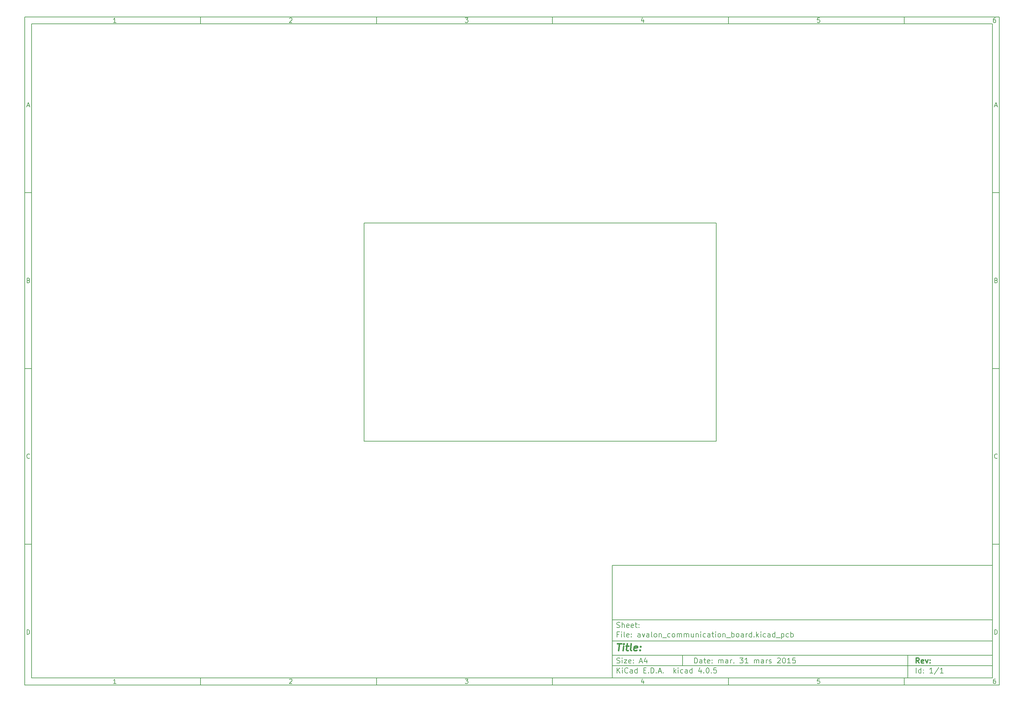
<source format=gm1>
G04 #@! TF.FileFunction,Profile,NP*
%FSLAX46Y46*%
G04 Gerber Fmt 4.6, Leading zero omitted, Abs format (unit mm)*
G04 Created by KiCad (PCBNEW 4.0.5) date 03/17/18 13:35:14*
%MOMM*%
%LPD*%
G01*
G04 APERTURE LIST*
%ADD10C,0.100000*%
%ADD11C,0.150000*%
%ADD12C,0.300000*%
%ADD13C,0.400000*%
G04 APERTURE END LIST*
D10*
D11*
X177002200Y-166007200D02*
X177002200Y-198007200D01*
X285002200Y-198007200D01*
X285002200Y-166007200D01*
X177002200Y-166007200D01*
D10*
D11*
X10000000Y-10000000D02*
X10000000Y-200007200D01*
X287002200Y-200007200D01*
X287002200Y-10000000D01*
X10000000Y-10000000D01*
D10*
D11*
X12000000Y-12000000D02*
X12000000Y-198007200D01*
X285002200Y-198007200D01*
X285002200Y-12000000D01*
X12000000Y-12000000D01*
D10*
D11*
X60000000Y-12000000D02*
X60000000Y-10000000D01*
D10*
D11*
X110000000Y-12000000D02*
X110000000Y-10000000D01*
D10*
D11*
X160000000Y-12000000D02*
X160000000Y-10000000D01*
D10*
D11*
X210000000Y-12000000D02*
X210000000Y-10000000D01*
D10*
D11*
X260000000Y-12000000D02*
X260000000Y-10000000D01*
D10*
D11*
X35990476Y-11588095D02*
X35247619Y-11588095D01*
X35619048Y-11588095D02*
X35619048Y-10288095D01*
X35495238Y-10473810D01*
X35371429Y-10597619D01*
X35247619Y-10659524D01*
D10*
D11*
X85247619Y-10411905D02*
X85309524Y-10350000D01*
X85433333Y-10288095D01*
X85742857Y-10288095D01*
X85866667Y-10350000D01*
X85928571Y-10411905D01*
X85990476Y-10535714D01*
X85990476Y-10659524D01*
X85928571Y-10845238D01*
X85185714Y-11588095D01*
X85990476Y-11588095D01*
D10*
D11*
X135185714Y-10288095D02*
X135990476Y-10288095D01*
X135557143Y-10783333D01*
X135742857Y-10783333D01*
X135866667Y-10845238D01*
X135928571Y-10907143D01*
X135990476Y-11030952D01*
X135990476Y-11340476D01*
X135928571Y-11464286D01*
X135866667Y-11526190D01*
X135742857Y-11588095D01*
X135371429Y-11588095D01*
X135247619Y-11526190D01*
X135185714Y-11464286D01*
D10*
D11*
X185866667Y-10721429D02*
X185866667Y-11588095D01*
X185557143Y-10226190D02*
X185247619Y-11154762D01*
X186052381Y-11154762D01*
D10*
D11*
X235928571Y-10288095D02*
X235309524Y-10288095D01*
X235247619Y-10907143D01*
X235309524Y-10845238D01*
X235433333Y-10783333D01*
X235742857Y-10783333D01*
X235866667Y-10845238D01*
X235928571Y-10907143D01*
X235990476Y-11030952D01*
X235990476Y-11340476D01*
X235928571Y-11464286D01*
X235866667Y-11526190D01*
X235742857Y-11588095D01*
X235433333Y-11588095D01*
X235309524Y-11526190D01*
X235247619Y-11464286D01*
D10*
D11*
X285866667Y-10288095D02*
X285619048Y-10288095D01*
X285495238Y-10350000D01*
X285433333Y-10411905D01*
X285309524Y-10597619D01*
X285247619Y-10845238D01*
X285247619Y-11340476D01*
X285309524Y-11464286D01*
X285371429Y-11526190D01*
X285495238Y-11588095D01*
X285742857Y-11588095D01*
X285866667Y-11526190D01*
X285928571Y-11464286D01*
X285990476Y-11340476D01*
X285990476Y-11030952D01*
X285928571Y-10907143D01*
X285866667Y-10845238D01*
X285742857Y-10783333D01*
X285495238Y-10783333D01*
X285371429Y-10845238D01*
X285309524Y-10907143D01*
X285247619Y-11030952D01*
D10*
D11*
X60000000Y-198007200D02*
X60000000Y-200007200D01*
D10*
D11*
X110000000Y-198007200D02*
X110000000Y-200007200D01*
D10*
D11*
X160000000Y-198007200D02*
X160000000Y-200007200D01*
D10*
D11*
X210000000Y-198007200D02*
X210000000Y-200007200D01*
D10*
D11*
X260000000Y-198007200D02*
X260000000Y-200007200D01*
D10*
D11*
X35990476Y-199595295D02*
X35247619Y-199595295D01*
X35619048Y-199595295D02*
X35619048Y-198295295D01*
X35495238Y-198481010D01*
X35371429Y-198604819D01*
X35247619Y-198666724D01*
D10*
D11*
X85247619Y-198419105D02*
X85309524Y-198357200D01*
X85433333Y-198295295D01*
X85742857Y-198295295D01*
X85866667Y-198357200D01*
X85928571Y-198419105D01*
X85990476Y-198542914D01*
X85990476Y-198666724D01*
X85928571Y-198852438D01*
X85185714Y-199595295D01*
X85990476Y-199595295D01*
D10*
D11*
X135185714Y-198295295D02*
X135990476Y-198295295D01*
X135557143Y-198790533D01*
X135742857Y-198790533D01*
X135866667Y-198852438D01*
X135928571Y-198914343D01*
X135990476Y-199038152D01*
X135990476Y-199347676D01*
X135928571Y-199471486D01*
X135866667Y-199533390D01*
X135742857Y-199595295D01*
X135371429Y-199595295D01*
X135247619Y-199533390D01*
X135185714Y-199471486D01*
D10*
D11*
X185866667Y-198728629D02*
X185866667Y-199595295D01*
X185557143Y-198233390D02*
X185247619Y-199161962D01*
X186052381Y-199161962D01*
D10*
D11*
X235928571Y-198295295D02*
X235309524Y-198295295D01*
X235247619Y-198914343D01*
X235309524Y-198852438D01*
X235433333Y-198790533D01*
X235742857Y-198790533D01*
X235866667Y-198852438D01*
X235928571Y-198914343D01*
X235990476Y-199038152D01*
X235990476Y-199347676D01*
X235928571Y-199471486D01*
X235866667Y-199533390D01*
X235742857Y-199595295D01*
X235433333Y-199595295D01*
X235309524Y-199533390D01*
X235247619Y-199471486D01*
D10*
D11*
X285866667Y-198295295D02*
X285619048Y-198295295D01*
X285495238Y-198357200D01*
X285433333Y-198419105D01*
X285309524Y-198604819D01*
X285247619Y-198852438D01*
X285247619Y-199347676D01*
X285309524Y-199471486D01*
X285371429Y-199533390D01*
X285495238Y-199595295D01*
X285742857Y-199595295D01*
X285866667Y-199533390D01*
X285928571Y-199471486D01*
X285990476Y-199347676D01*
X285990476Y-199038152D01*
X285928571Y-198914343D01*
X285866667Y-198852438D01*
X285742857Y-198790533D01*
X285495238Y-198790533D01*
X285371429Y-198852438D01*
X285309524Y-198914343D01*
X285247619Y-199038152D01*
D10*
D11*
X10000000Y-60000000D02*
X12000000Y-60000000D01*
D10*
D11*
X10000000Y-110000000D02*
X12000000Y-110000000D01*
D10*
D11*
X10000000Y-160000000D02*
X12000000Y-160000000D01*
D10*
D11*
X10690476Y-35216667D02*
X11309524Y-35216667D01*
X10566667Y-35588095D02*
X11000000Y-34288095D01*
X11433333Y-35588095D01*
D10*
D11*
X11092857Y-84907143D02*
X11278571Y-84969048D01*
X11340476Y-85030952D01*
X11402381Y-85154762D01*
X11402381Y-85340476D01*
X11340476Y-85464286D01*
X11278571Y-85526190D01*
X11154762Y-85588095D01*
X10659524Y-85588095D01*
X10659524Y-84288095D01*
X11092857Y-84288095D01*
X11216667Y-84350000D01*
X11278571Y-84411905D01*
X11340476Y-84535714D01*
X11340476Y-84659524D01*
X11278571Y-84783333D01*
X11216667Y-84845238D01*
X11092857Y-84907143D01*
X10659524Y-84907143D01*
D10*
D11*
X11402381Y-135464286D02*
X11340476Y-135526190D01*
X11154762Y-135588095D01*
X11030952Y-135588095D01*
X10845238Y-135526190D01*
X10721429Y-135402381D01*
X10659524Y-135278571D01*
X10597619Y-135030952D01*
X10597619Y-134845238D01*
X10659524Y-134597619D01*
X10721429Y-134473810D01*
X10845238Y-134350000D01*
X11030952Y-134288095D01*
X11154762Y-134288095D01*
X11340476Y-134350000D01*
X11402381Y-134411905D01*
D10*
D11*
X10659524Y-185588095D02*
X10659524Y-184288095D01*
X10969048Y-184288095D01*
X11154762Y-184350000D01*
X11278571Y-184473810D01*
X11340476Y-184597619D01*
X11402381Y-184845238D01*
X11402381Y-185030952D01*
X11340476Y-185278571D01*
X11278571Y-185402381D01*
X11154762Y-185526190D01*
X10969048Y-185588095D01*
X10659524Y-185588095D01*
D10*
D11*
X287002200Y-60000000D02*
X285002200Y-60000000D01*
D10*
D11*
X287002200Y-110000000D02*
X285002200Y-110000000D01*
D10*
D11*
X287002200Y-160000000D02*
X285002200Y-160000000D01*
D10*
D11*
X285692676Y-35216667D02*
X286311724Y-35216667D01*
X285568867Y-35588095D02*
X286002200Y-34288095D01*
X286435533Y-35588095D01*
D10*
D11*
X286095057Y-84907143D02*
X286280771Y-84969048D01*
X286342676Y-85030952D01*
X286404581Y-85154762D01*
X286404581Y-85340476D01*
X286342676Y-85464286D01*
X286280771Y-85526190D01*
X286156962Y-85588095D01*
X285661724Y-85588095D01*
X285661724Y-84288095D01*
X286095057Y-84288095D01*
X286218867Y-84350000D01*
X286280771Y-84411905D01*
X286342676Y-84535714D01*
X286342676Y-84659524D01*
X286280771Y-84783333D01*
X286218867Y-84845238D01*
X286095057Y-84907143D01*
X285661724Y-84907143D01*
D10*
D11*
X286404581Y-135464286D02*
X286342676Y-135526190D01*
X286156962Y-135588095D01*
X286033152Y-135588095D01*
X285847438Y-135526190D01*
X285723629Y-135402381D01*
X285661724Y-135278571D01*
X285599819Y-135030952D01*
X285599819Y-134845238D01*
X285661724Y-134597619D01*
X285723629Y-134473810D01*
X285847438Y-134350000D01*
X286033152Y-134288095D01*
X286156962Y-134288095D01*
X286342676Y-134350000D01*
X286404581Y-134411905D01*
D10*
D11*
X285661724Y-185588095D02*
X285661724Y-184288095D01*
X285971248Y-184288095D01*
X286156962Y-184350000D01*
X286280771Y-184473810D01*
X286342676Y-184597619D01*
X286404581Y-184845238D01*
X286404581Y-185030952D01*
X286342676Y-185278571D01*
X286280771Y-185402381D01*
X286156962Y-185526190D01*
X285971248Y-185588095D01*
X285661724Y-185588095D01*
D10*
D11*
X200359343Y-193785771D02*
X200359343Y-192285771D01*
X200716486Y-192285771D01*
X200930771Y-192357200D01*
X201073629Y-192500057D01*
X201145057Y-192642914D01*
X201216486Y-192928629D01*
X201216486Y-193142914D01*
X201145057Y-193428629D01*
X201073629Y-193571486D01*
X200930771Y-193714343D01*
X200716486Y-193785771D01*
X200359343Y-193785771D01*
X202502200Y-193785771D02*
X202502200Y-193000057D01*
X202430771Y-192857200D01*
X202287914Y-192785771D01*
X202002200Y-192785771D01*
X201859343Y-192857200D01*
X202502200Y-193714343D02*
X202359343Y-193785771D01*
X202002200Y-193785771D01*
X201859343Y-193714343D01*
X201787914Y-193571486D01*
X201787914Y-193428629D01*
X201859343Y-193285771D01*
X202002200Y-193214343D01*
X202359343Y-193214343D01*
X202502200Y-193142914D01*
X203002200Y-192785771D02*
X203573629Y-192785771D01*
X203216486Y-192285771D02*
X203216486Y-193571486D01*
X203287914Y-193714343D01*
X203430772Y-193785771D01*
X203573629Y-193785771D01*
X204645057Y-193714343D02*
X204502200Y-193785771D01*
X204216486Y-193785771D01*
X204073629Y-193714343D01*
X204002200Y-193571486D01*
X204002200Y-193000057D01*
X204073629Y-192857200D01*
X204216486Y-192785771D01*
X204502200Y-192785771D01*
X204645057Y-192857200D01*
X204716486Y-193000057D01*
X204716486Y-193142914D01*
X204002200Y-193285771D01*
X205359343Y-193642914D02*
X205430771Y-193714343D01*
X205359343Y-193785771D01*
X205287914Y-193714343D01*
X205359343Y-193642914D01*
X205359343Y-193785771D01*
X205359343Y-192857200D02*
X205430771Y-192928629D01*
X205359343Y-193000057D01*
X205287914Y-192928629D01*
X205359343Y-192857200D01*
X205359343Y-193000057D01*
X207216486Y-193785771D02*
X207216486Y-192785771D01*
X207216486Y-192928629D02*
X207287914Y-192857200D01*
X207430772Y-192785771D01*
X207645057Y-192785771D01*
X207787914Y-192857200D01*
X207859343Y-193000057D01*
X207859343Y-193785771D01*
X207859343Y-193000057D02*
X207930772Y-192857200D01*
X208073629Y-192785771D01*
X208287914Y-192785771D01*
X208430772Y-192857200D01*
X208502200Y-193000057D01*
X208502200Y-193785771D01*
X209859343Y-193785771D02*
X209859343Y-193000057D01*
X209787914Y-192857200D01*
X209645057Y-192785771D01*
X209359343Y-192785771D01*
X209216486Y-192857200D01*
X209859343Y-193714343D02*
X209716486Y-193785771D01*
X209359343Y-193785771D01*
X209216486Y-193714343D01*
X209145057Y-193571486D01*
X209145057Y-193428629D01*
X209216486Y-193285771D01*
X209359343Y-193214343D01*
X209716486Y-193214343D01*
X209859343Y-193142914D01*
X210573629Y-193785771D02*
X210573629Y-192785771D01*
X210573629Y-193071486D02*
X210645057Y-192928629D01*
X210716486Y-192857200D01*
X210859343Y-192785771D01*
X211002200Y-192785771D01*
X211502200Y-193642914D02*
X211573628Y-193714343D01*
X211502200Y-193785771D01*
X211430771Y-193714343D01*
X211502200Y-193642914D01*
X211502200Y-193785771D01*
X213216486Y-192285771D02*
X214145057Y-192285771D01*
X213645057Y-192857200D01*
X213859343Y-192857200D01*
X214002200Y-192928629D01*
X214073629Y-193000057D01*
X214145057Y-193142914D01*
X214145057Y-193500057D01*
X214073629Y-193642914D01*
X214002200Y-193714343D01*
X213859343Y-193785771D01*
X213430771Y-193785771D01*
X213287914Y-193714343D01*
X213216486Y-193642914D01*
X215573628Y-193785771D02*
X214716485Y-193785771D01*
X215145057Y-193785771D02*
X215145057Y-192285771D01*
X215002200Y-192500057D01*
X214859342Y-192642914D01*
X214716485Y-192714343D01*
X217359342Y-193785771D02*
X217359342Y-192785771D01*
X217359342Y-192928629D02*
X217430770Y-192857200D01*
X217573628Y-192785771D01*
X217787913Y-192785771D01*
X217930770Y-192857200D01*
X218002199Y-193000057D01*
X218002199Y-193785771D01*
X218002199Y-193000057D02*
X218073628Y-192857200D01*
X218216485Y-192785771D01*
X218430770Y-192785771D01*
X218573628Y-192857200D01*
X218645056Y-193000057D01*
X218645056Y-193785771D01*
X220002199Y-193785771D02*
X220002199Y-193000057D01*
X219930770Y-192857200D01*
X219787913Y-192785771D01*
X219502199Y-192785771D01*
X219359342Y-192857200D01*
X220002199Y-193714343D02*
X219859342Y-193785771D01*
X219502199Y-193785771D01*
X219359342Y-193714343D01*
X219287913Y-193571486D01*
X219287913Y-193428629D01*
X219359342Y-193285771D01*
X219502199Y-193214343D01*
X219859342Y-193214343D01*
X220002199Y-193142914D01*
X220716485Y-193785771D02*
X220716485Y-192785771D01*
X220716485Y-193071486D02*
X220787913Y-192928629D01*
X220859342Y-192857200D01*
X221002199Y-192785771D01*
X221145056Y-192785771D01*
X221573627Y-193714343D02*
X221716484Y-193785771D01*
X222002199Y-193785771D01*
X222145056Y-193714343D01*
X222216484Y-193571486D01*
X222216484Y-193500057D01*
X222145056Y-193357200D01*
X222002199Y-193285771D01*
X221787913Y-193285771D01*
X221645056Y-193214343D01*
X221573627Y-193071486D01*
X221573627Y-193000057D01*
X221645056Y-192857200D01*
X221787913Y-192785771D01*
X222002199Y-192785771D01*
X222145056Y-192857200D01*
X223930770Y-192428629D02*
X224002199Y-192357200D01*
X224145056Y-192285771D01*
X224502199Y-192285771D01*
X224645056Y-192357200D01*
X224716485Y-192428629D01*
X224787913Y-192571486D01*
X224787913Y-192714343D01*
X224716485Y-192928629D01*
X223859342Y-193785771D01*
X224787913Y-193785771D01*
X225716484Y-192285771D02*
X225859341Y-192285771D01*
X226002198Y-192357200D01*
X226073627Y-192428629D01*
X226145056Y-192571486D01*
X226216484Y-192857200D01*
X226216484Y-193214343D01*
X226145056Y-193500057D01*
X226073627Y-193642914D01*
X226002198Y-193714343D01*
X225859341Y-193785771D01*
X225716484Y-193785771D01*
X225573627Y-193714343D01*
X225502198Y-193642914D01*
X225430770Y-193500057D01*
X225359341Y-193214343D01*
X225359341Y-192857200D01*
X225430770Y-192571486D01*
X225502198Y-192428629D01*
X225573627Y-192357200D01*
X225716484Y-192285771D01*
X227645055Y-193785771D02*
X226787912Y-193785771D01*
X227216484Y-193785771D02*
X227216484Y-192285771D01*
X227073627Y-192500057D01*
X226930769Y-192642914D01*
X226787912Y-192714343D01*
X229002198Y-192285771D02*
X228287912Y-192285771D01*
X228216483Y-193000057D01*
X228287912Y-192928629D01*
X228430769Y-192857200D01*
X228787912Y-192857200D01*
X228930769Y-192928629D01*
X229002198Y-193000057D01*
X229073626Y-193142914D01*
X229073626Y-193500057D01*
X229002198Y-193642914D01*
X228930769Y-193714343D01*
X228787912Y-193785771D01*
X228430769Y-193785771D01*
X228287912Y-193714343D01*
X228216483Y-193642914D01*
D10*
D11*
X177002200Y-194507200D02*
X285002200Y-194507200D01*
D10*
D11*
X178359343Y-196585771D02*
X178359343Y-195085771D01*
X179216486Y-196585771D02*
X178573629Y-195728629D01*
X179216486Y-195085771D02*
X178359343Y-195942914D01*
X179859343Y-196585771D02*
X179859343Y-195585771D01*
X179859343Y-195085771D02*
X179787914Y-195157200D01*
X179859343Y-195228629D01*
X179930771Y-195157200D01*
X179859343Y-195085771D01*
X179859343Y-195228629D01*
X181430772Y-196442914D02*
X181359343Y-196514343D01*
X181145057Y-196585771D01*
X181002200Y-196585771D01*
X180787915Y-196514343D01*
X180645057Y-196371486D01*
X180573629Y-196228629D01*
X180502200Y-195942914D01*
X180502200Y-195728629D01*
X180573629Y-195442914D01*
X180645057Y-195300057D01*
X180787915Y-195157200D01*
X181002200Y-195085771D01*
X181145057Y-195085771D01*
X181359343Y-195157200D01*
X181430772Y-195228629D01*
X182716486Y-196585771D02*
X182716486Y-195800057D01*
X182645057Y-195657200D01*
X182502200Y-195585771D01*
X182216486Y-195585771D01*
X182073629Y-195657200D01*
X182716486Y-196514343D02*
X182573629Y-196585771D01*
X182216486Y-196585771D01*
X182073629Y-196514343D01*
X182002200Y-196371486D01*
X182002200Y-196228629D01*
X182073629Y-196085771D01*
X182216486Y-196014343D01*
X182573629Y-196014343D01*
X182716486Y-195942914D01*
X184073629Y-196585771D02*
X184073629Y-195085771D01*
X184073629Y-196514343D02*
X183930772Y-196585771D01*
X183645058Y-196585771D01*
X183502200Y-196514343D01*
X183430772Y-196442914D01*
X183359343Y-196300057D01*
X183359343Y-195871486D01*
X183430772Y-195728629D01*
X183502200Y-195657200D01*
X183645058Y-195585771D01*
X183930772Y-195585771D01*
X184073629Y-195657200D01*
X185930772Y-195800057D02*
X186430772Y-195800057D01*
X186645058Y-196585771D02*
X185930772Y-196585771D01*
X185930772Y-195085771D01*
X186645058Y-195085771D01*
X187287915Y-196442914D02*
X187359343Y-196514343D01*
X187287915Y-196585771D01*
X187216486Y-196514343D01*
X187287915Y-196442914D01*
X187287915Y-196585771D01*
X188002201Y-196585771D02*
X188002201Y-195085771D01*
X188359344Y-195085771D01*
X188573629Y-195157200D01*
X188716487Y-195300057D01*
X188787915Y-195442914D01*
X188859344Y-195728629D01*
X188859344Y-195942914D01*
X188787915Y-196228629D01*
X188716487Y-196371486D01*
X188573629Y-196514343D01*
X188359344Y-196585771D01*
X188002201Y-196585771D01*
X189502201Y-196442914D02*
X189573629Y-196514343D01*
X189502201Y-196585771D01*
X189430772Y-196514343D01*
X189502201Y-196442914D01*
X189502201Y-196585771D01*
X190145058Y-196157200D02*
X190859344Y-196157200D01*
X190002201Y-196585771D02*
X190502201Y-195085771D01*
X191002201Y-196585771D01*
X191502201Y-196442914D02*
X191573629Y-196514343D01*
X191502201Y-196585771D01*
X191430772Y-196514343D01*
X191502201Y-196442914D01*
X191502201Y-196585771D01*
X194502201Y-196585771D02*
X194502201Y-195085771D01*
X194645058Y-196014343D02*
X195073629Y-196585771D01*
X195073629Y-195585771D02*
X194502201Y-196157200D01*
X195716487Y-196585771D02*
X195716487Y-195585771D01*
X195716487Y-195085771D02*
X195645058Y-195157200D01*
X195716487Y-195228629D01*
X195787915Y-195157200D01*
X195716487Y-195085771D01*
X195716487Y-195228629D01*
X197073630Y-196514343D02*
X196930773Y-196585771D01*
X196645059Y-196585771D01*
X196502201Y-196514343D01*
X196430773Y-196442914D01*
X196359344Y-196300057D01*
X196359344Y-195871486D01*
X196430773Y-195728629D01*
X196502201Y-195657200D01*
X196645059Y-195585771D01*
X196930773Y-195585771D01*
X197073630Y-195657200D01*
X198359344Y-196585771D02*
X198359344Y-195800057D01*
X198287915Y-195657200D01*
X198145058Y-195585771D01*
X197859344Y-195585771D01*
X197716487Y-195657200D01*
X198359344Y-196514343D02*
X198216487Y-196585771D01*
X197859344Y-196585771D01*
X197716487Y-196514343D01*
X197645058Y-196371486D01*
X197645058Y-196228629D01*
X197716487Y-196085771D01*
X197859344Y-196014343D01*
X198216487Y-196014343D01*
X198359344Y-195942914D01*
X199716487Y-196585771D02*
X199716487Y-195085771D01*
X199716487Y-196514343D02*
X199573630Y-196585771D01*
X199287916Y-196585771D01*
X199145058Y-196514343D01*
X199073630Y-196442914D01*
X199002201Y-196300057D01*
X199002201Y-195871486D01*
X199073630Y-195728629D01*
X199145058Y-195657200D01*
X199287916Y-195585771D01*
X199573630Y-195585771D01*
X199716487Y-195657200D01*
X202216487Y-195585771D02*
X202216487Y-196585771D01*
X201859344Y-195014343D02*
X201502201Y-196085771D01*
X202430773Y-196085771D01*
X203002201Y-196442914D02*
X203073629Y-196514343D01*
X203002201Y-196585771D01*
X202930772Y-196514343D01*
X203002201Y-196442914D01*
X203002201Y-196585771D01*
X204002201Y-195085771D02*
X204145058Y-195085771D01*
X204287915Y-195157200D01*
X204359344Y-195228629D01*
X204430773Y-195371486D01*
X204502201Y-195657200D01*
X204502201Y-196014343D01*
X204430773Y-196300057D01*
X204359344Y-196442914D01*
X204287915Y-196514343D01*
X204145058Y-196585771D01*
X204002201Y-196585771D01*
X203859344Y-196514343D01*
X203787915Y-196442914D01*
X203716487Y-196300057D01*
X203645058Y-196014343D01*
X203645058Y-195657200D01*
X203716487Y-195371486D01*
X203787915Y-195228629D01*
X203859344Y-195157200D01*
X204002201Y-195085771D01*
X205145058Y-196442914D02*
X205216486Y-196514343D01*
X205145058Y-196585771D01*
X205073629Y-196514343D01*
X205145058Y-196442914D01*
X205145058Y-196585771D01*
X206573630Y-195085771D02*
X205859344Y-195085771D01*
X205787915Y-195800057D01*
X205859344Y-195728629D01*
X206002201Y-195657200D01*
X206359344Y-195657200D01*
X206502201Y-195728629D01*
X206573630Y-195800057D01*
X206645058Y-195942914D01*
X206645058Y-196300057D01*
X206573630Y-196442914D01*
X206502201Y-196514343D01*
X206359344Y-196585771D01*
X206002201Y-196585771D01*
X205859344Y-196514343D01*
X205787915Y-196442914D01*
D10*
D11*
X177002200Y-191507200D02*
X285002200Y-191507200D01*
D10*
D12*
X264216486Y-193785771D02*
X263716486Y-193071486D01*
X263359343Y-193785771D02*
X263359343Y-192285771D01*
X263930771Y-192285771D01*
X264073629Y-192357200D01*
X264145057Y-192428629D01*
X264216486Y-192571486D01*
X264216486Y-192785771D01*
X264145057Y-192928629D01*
X264073629Y-193000057D01*
X263930771Y-193071486D01*
X263359343Y-193071486D01*
X265430771Y-193714343D02*
X265287914Y-193785771D01*
X265002200Y-193785771D01*
X264859343Y-193714343D01*
X264787914Y-193571486D01*
X264787914Y-193000057D01*
X264859343Y-192857200D01*
X265002200Y-192785771D01*
X265287914Y-192785771D01*
X265430771Y-192857200D01*
X265502200Y-193000057D01*
X265502200Y-193142914D01*
X264787914Y-193285771D01*
X266002200Y-192785771D02*
X266359343Y-193785771D01*
X266716485Y-192785771D01*
X267287914Y-193642914D02*
X267359342Y-193714343D01*
X267287914Y-193785771D01*
X267216485Y-193714343D01*
X267287914Y-193642914D01*
X267287914Y-193785771D01*
X267287914Y-192857200D02*
X267359342Y-192928629D01*
X267287914Y-193000057D01*
X267216485Y-192928629D01*
X267287914Y-192857200D01*
X267287914Y-193000057D01*
D10*
D11*
X178287914Y-193714343D02*
X178502200Y-193785771D01*
X178859343Y-193785771D01*
X179002200Y-193714343D01*
X179073629Y-193642914D01*
X179145057Y-193500057D01*
X179145057Y-193357200D01*
X179073629Y-193214343D01*
X179002200Y-193142914D01*
X178859343Y-193071486D01*
X178573629Y-193000057D01*
X178430771Y-192928629D01*
X178359343Y-192857200D01*
X178287914Y-192714343D01*
X178287914Y-192571486D01*
X178359343Y-192428629D01*
X178430771Y-192357200D01*
X178573629Y-192285771D01*
X178930771Y-192285771D01*
X179145057Y-192357200D01*
X179787914Y-193785771D02*
X179787914Y-192785771D01*
X179787914Y-192285771D02*
X179716485Y-192357200D01*
X179787914Y-192428629D01*
X179859342Y-192357200D01*
X179787914Y-192285771D01*
X179787914Y-192428629D01*
X180359343Y-192785771D02*
X181145057Y-192785771D01*
X180359343Y-193785771D01*
X181145057Y-193785771D01*
X182287914Y-193714343D02*
X182145057Y-193785771D01*
X181859343Y-193785771D01*
X181716486Y-193714343D01*
X181645057Y-193571486D01*
X181645057Y-193000057D01*
X181716486Y-192857200D01*
X181859343Y-192785771D01*
X182145057Y-192785771D01*
X182287914Y-192857200D01*
X182359343Y-193000057D01*
X182359343Y-193142914D01*
X181645057Y-193285771D01*
X183002200Y-193642914D02*
X183073628Y-193714343D01*
X183002200Y-193785771D01*
X182930771Y-193714343D01*
X183002200Y-193642914D01*
X183002200Y-193785771D01*
X183002200Y-192857200D02*
X183073628Y-192928629D01*
X183002200Y-193000057D01*
X182930771Y-192928629D01*
X183002200Y-192857200D01*
X183002200Y-193000057D01*
X184787914Y-193357200D02*
X185502200Y-193357200D01*
X184645057Y-193785771D02*
X185145057Y-192285771D01*
X185645057Y-193785771D01*
X186787914Y-192785771D02*
X186787914Y-193785771D01*
X186430771Y-192214343D02*
X186073628Y-193285771D01*
X187002200Y-193285771D01*
D10*
D11*
X263359343Y-196585771D02*
X263359343Y-195085771D01*
X264716486Y-196585771D02*
X264716486Y-195085771D01*
X264716486Y-196514343D02*
X264573629Y-196585771D01*
X264287915Y-196585771D01*
X264145057Y-196514343D01*
X264073629Y-196442914D01*
X264002200Y-196300057D01*
X264002200Y-195871486D01*
X264073629Y-195728629D01*
X264145057Y-195657200D01*
X264287915Y-195585771D01*
X264573629Y-195585771D01*
X264716486Y-195657200D01*
X265430772Y-196442914D02*
X265502200Y-196514343D01*
X265430772Y-196585771D01*
X265359343Y-196514343D01*
X265430772Y-196442914D01*
X265430772Y-196585771D01*
X265430772Y-195657200D02*
X265502200Y-195728629D01*
X265430772Y-195800057D01*
X265359343Y-195728629D01*
X265430772Y-195657200D01*
X265430772Y-195800057D01*
X268073629Y-196585771D02*
X267216486Y-196585771D01*
X267645058Y-196585771D02*
X267645058Y-195085771D01*
X267502201Y-195300057D01*
X267359343Y-195442914D01*
X267216486Y-195514343D01*
X269787914Y-195014343D02*
X268502200Y-196942914D01*
X271073629Y-196585771D02*
X270216486Y-196585771D01*
X270645058Y-196585771D02*
X270645058Y-195085771D01*
X270502201Y-195300057D01*
X270359343Y-195442914D01*
X270216486Y-195514343D01*
D10*
D11*
X177002200Y-187507200D02*
X285002200Y-187507200D01*
D10*
D13*
X178454581Y-188211962D02*
X179597438Y-188211962D01*
X178776010Y-190211962D02*
X179026010Y-188211962D01*
X180014105Y-190211962D02*
X180180771Y-188878629D01*
X180264105Y-188211962D02*
X180156962Y-188307200D01*
X180240295Y-188402438D01*
X180347439Y-188307200D01*
X180264105Y-188211962D01*
X180240295Y-188402438D01*
X180847438Y-188878629D02*
X181609343Y-188878629D01*
X181216486Y-188211962D02*
X181002200Y-189926248D01*
X181073630Y-190116724D01*
X181252201Y-190211962D01*
X181442677Y-190211962D01*
X182395058Y-190211962D02*
X182216487Y-190116724D01*
X182145057Y-189926248D01*
X182359343Y-188211962D01*
X183930772Y-190116724D02*
X183728391Y-190211962D01*
X183347439Y-190211962D01*
X183168867Y-190116724D01*
X183097438Y-189926248D01*
X183192676Y-189164343D01*
X183311724Y-188973867D01*
X183514105Y-188878629D01*
X183895057Y-188878629D01*
X184073629Y-188973867D01*
X184145057Y-189164343D01*
X184121248Y-189354819D01*
X183145057Y-189545295D01*
X184895057Y-190021486D02*
X184978392Y-190116724D01*
X184871248Y-190211962D01*
X184787915Y-190116724D01*
X184895057Y-190021486D01*
X184871248Y-190211962D01*
X185026010Y-188973867D02*
X185109344Y-189069105D01*
X185002200Y-189164343D01*
X184918867Y-189069105D01*
X185026010Y-188973867D01*
X185002200Y-189164343D01*
D10*
D11*
X178859343Y-185600057D02*
X178359343Y-185600057D01*
X178359343Y-186385771D02*
X178359343Y-184885771D01*
X179073629Y-184885771D01*
X179645057Y-186385771D02*
X179645057Y-185385771D01*
X179645057Y-184885771D02*
X179573628Y-184957200D01*
X179645057Y-185028629D01*
X179716485Y-184957200D01*
X179645057Y-184885771D01*
X179645057Y-185028629D01*
X180573629Y-186385771D02*
X180430771Y-186314343D01*
X180359343Y-186171486D01*
X180359343Y-184885771D01*
X181716485Y-186314343D02*
X181573628Y-186385771D01*
X181287914Y-186385771D01*
X181145057Y-186314343D01*
X181073628Y-186171486D01*
X181073628Y-185600057D01*
X181145057Y-185457200D01*
X181287914Y-185385771D01*
X181573628Y-185385771D01*
X181716485Y-185457200D01*
X181787914Y-185600057D01*
X181787914Y-185742914D01*
X181073628Y-185885771D01*
X182430771Y-186242914D02*
X182502199Y-186314343D01*
X182430771Y-186385771D01*
X182359342Y-186314343D01*
X182430771Y-186242914D01*
X182430771Y-186385771D01*
X182430771Y-185457200D02*
X182502199Y-185528629D01*
X182430771Y-185600057D01*
X182359342Y-185528629D01*
X182430771Y-185457200D01*
X182430771Y-185600057D01*
X184930771Y-186385771D02*
X184930771Y-185600057D01*
X184859342Y-185457200D01*
X184716485Y-185385771D01*
X184430771Y-185385771D01*
X184287914Y-185457200D01*
X184930771Y-186314343D02*
X184787914Y-186385771D01*
X184430771Y-186385771D01*
X184287914Y-186314343D01*
X184216485Y-186171486D01*
X184216485Y-186028629D01*
X184287914Y-185885771D01*
X184430771Y-185814343D01*
X184787914Y-185814343D01*
X184930771Y-185742914D01*
X185502200Y-185385771D02*
X185859343Y-186385771D01*
X186216485Y-185385771D01*
X187430771Y-186385771D02*
X187430771Y-185600057D01*
X187359342Y-185457200D01*
X187216485Y-185385771D01*
X186930771Y-185385771D01*
X186787914Y-185457200D01*
X187430771Y-186314343D02*
X187287914Y-186385771D01*
X186930771Y-186385771D01*
X186787914Y-186314343D01*
X186716485Y-186171486D01*
X186716485Y-186028629D01*
X186787914Y-185885771D01*
X186930771Y-185814343D01*
X187287914Y-185814343D01*
X187430771Y-185742914D01*
X188359343Y-186385771D02*
X188216485Y-186314343D01*
X188145057Y-186171486D01*
X188145057Y-184885771D01*
X189145057Y-186385771D02*
X189002199Y-186314343D01*
X188930771Y-186242914D01*
X188859342Y-186100057D01*
X188859342Y-185671486D01*
X188930771Y-185528629D01*
X189002199Y-185457200D01*
X189145057Y-185385771D01*
X189359342Y-185385771D01*
X189502199Y-185457200D01*
X189573628Y-185528629D01*
X189645057Y-185671486D01*
X189645057Y-186100057D01*
X189573628Y-186242914D01*
X189502199Y-186314343D01*
X189359342Y-186385771D01*
X189145057Y-186385771D01*
X190287914Y-185385771D02*
X190287914Y-186385771D01*
X190287914Y-185528629D02*
X190359342Y-185457200D01*
X190502200Y-185385771D01*
X190716485Y-185385771D01*
X190859342Y-185457200D01*
X190930771Y-185600057D01*
X190930771Y-186385771D01*
X191287914Y-186528629D02*
X192430771Y-186528629D01*
X193430771Y-186314343D02*
X193287914Y-186385771D01*
X193002200Y-186385771D01*
X192859342Y-186314343D01*
X192787914Y-186242914D01*
X192716485Y-186100057D01*
X192716485Y-185671486D01*
X192787914Y-185528629D01*
X192859342Y-185457200D01*
X193002200Y-185385771D01*
X193287914Y-185385771D01*
X193430771Y-185457200D01*
X194287914Y-186385771D02*
X194145056Y-186314343D01*
X194073628Y-186242914D01*
X194002199Y-186100057D01*
X194002199Y-185671486D01*
X194073628Y-185528629D01*
X194145056Y-185457200D01*
X194287914Y-185385771D01*
X194502199Y-185385771D01*
X194645056Y-185457200D01*
X194716485Y-185528629D01*
X194787914Y-185671486D01*
X194787914Y-186100057D01*
X194716485Y-186242914D01*
X194645056Y-186314343D01*
X194502199Y-186385771D01*
X194287914Y-186385771D01*
X195430771Y-186385771D02*
X195430771Y-185385771D01*
X195430771Y-185528629D02*
X195502199Y-185457200D01*
X195645057Y-185385771D01*
X195859342Y-185385771D01*
X196002199Y-185457200D01*
X196073628Y-185600057D01*
X196073628Y-186385771D01*
X196073628Y-185600057D02*
X196145057Y-185457200D01*
X196287914Y-185385771D01*
X196502199Y-185385771D01*
X196645057Y-185457200D01*
X196716485Y-185600057D01*
X196716485Y-186385771D01*
X197430771Y-186385771D02*
X197430771Y-185385771D01*
X197430771Y-185528629D02*
X197502199Y-185457200D01*
X197645057Y-185385771D01*
X197859342Y-185385771D01*
X198002199Y-185457200D01*
X198073628Y-185600057D01*
X198073628Y-186385771D01*
X198073628Y-185600057D02*
X198145057Y-185457200D01*
X198287914Y-185385771D01*
X198502199Y-185385771D01*
X198645057Y-185457200D01*
X198716485Y-185600057D01*
X198716485Y-186385771D01*
X200073628Y-185385771D02*
X200073628Y-186385771D01*
X199430771Y-185385771D02*
X199430771Y-186171486D01*
X199502199Y-186314343D01*
X199645057Y-186385771D01*
X199859342Y-186385771D01*
X200002199Y-186314343D01*
X200073628Y-186242914D01*
X200787914Y-185385771D02*
X200787914Y-186385771D01*
X200787914Y-185528629D02*
X200859342Y-185457200D01*
X201002200Y-185385771D01*
X201216485Y-185385771D01*
X201359342Y-185457200D01*
X201430771Y-185600057D01*
X201430771Y-186385771D01*
X202145057Y-186385771D02*
X202145057Y-185385771D01*
X202145057Y-184885771D02*
X202073628Y-184957200D01*
X202145057Y-185028629D01*
X202216485Y-184957200D01*
X202145057Y-184885771D01*
X202145057Y-185028629D01*
X203502200Y-186314343D02*
X203359343Y-186385771D01*
X203073629Y-186385771D01*
X202930771Y-186314343D01*
X202859343Y-186242914D01*
X202787914Y-186100057D01*
X202787914Y-185671486D01*
X202859343Y-185528629D01*
X202930771Y-185457200D01*
X203073629Y-185385771D01*
X203359343Y-185385771D01*
X203502200Y-185457200D01*
X204787914Y-186385771D02*
X204787914Y-185600057D01*
X204716485Y-185457200D01*
X204573628Y-185385771D01*
X204287914Y-185385771D01*
X204145057Y-185457200D01*
X204787914Y-186314343D02*
X204645057Y-186385771D01*
X204287914Y-186385771D01*
X204145057Y-186314343D01*
X204073628Y-186171486D01*
X204073628Y-186028629D01*
X204145057Y-185885771D01*
X204287914Y-185814343D01*
X204645057Y-185814343D01*
X204787914Y-185742914D01*
X205287914Y-185385771D02*
X205859343Y-185385771D01*
X205502200Y-184885771D02*
X205502200Y-186171486D01*
X205573628Y-186314343D01*
X205716486Y-186385771D01*
X205859343Y-186385771D01*
X206359343Y-186385771D02*
X206359343Y-185385771D01*
X206359343Y-184885771D02*
X206287914Y-184957200D01*
X206359343Y-185028629D01*
X206430771Y-184957200D01*
X206359343Y-184885771D01*
X206359343Y-185028629D01*
X207287915Y-186385771D02*
X207145057Y-186314343D01*
X207073629Y-186242914D01*
X207002200Y-186100057D01*
X207002200Y-185671486D01*
X207073629Y-185528629D01*
X207145057Y-185457200D01*
X207287915Y-185385771D01*
X207502200Y-185385771D01*
X207645057Y-185457200D01*
X207716486Y-185528629D01*
X207787915Y-185671486D01*
X207787915Y-186100057D01*
X207716486Y-186242914D01*
X207645057Y-186314343D01*
X207502200Y-186385771D01*
X207287915Y-186385771D01*
X208430772Y-185385771D02*
X208430772Y-186385771D01*
X208430772Y-185528629D02*
X208502200Y-185457200D01*
X208645058Y-185385771D01*
X208859343Y-185385771D01*
X209002200Y-185457200D01*
X209073629Y-185600057D01*
X209073629Y-186385771D01*
X209430772Y-186528629D02*
X210573629Y-186528629D01*
X210930772Y-186385771D02*
X210930772Y-184885771D01*
X210930772Y-185457200D02*
X211073629Y-185385771D01*
X211359343Y-185385771D01*
X211502200Y-185457200D01*
X211573629Y-185528629D01*
X211645058Y-185671486D01*
X211645058Y-186100057D01*
X211573629Y-186242914D01*
X211502200Y-186314343D01*
X211359343Y-186385771D01*
X211073629Y-186385771D01*
X210930772Y-186314343D01*
X212502201Y-186385771D02*
X212359343Y-186314343D01*
X212287915Y-186242914D01*
X212216486Y-186100057D01*
X212216486Y-185671486D01*
X212287915Y-185528629D01*
X212359343Y-185457200D01*
X212502201Y-185385771D01*
X212716486Y-185385771D01*
X212859343Y-185457200D01*
X212930772Y-185528629D01*
X213002201Y-185671486D01*
X213002201Y-186100057D01*
X212930772Y-186242914D01*
X212859343Y-186314343D01*
X212716486Y-186385771D01*
X212502201Y-186385771D01*
X214287915Y-186385771D02*
X214287915Y-185600057D01*
X214216486Y-185457200D01*
X214073629Y-185385771D01*
X213787915Y-185385771D01*
X213645058Y-185457200D01*
X214287915Y-186314343D02*
X214145058Y-186385771D01*
X213787915Y-186385771D01*
X213645058Y-186314343D01*
X213573629Y-186171486D01*
X213573629Y-186028629D01*
X213645058Y-185885771D01*
X213787915Y-185814343D01*
X214145058Y-185814343D01*
X214287915Y-185742914D01*
X215002201Y-186385771D02*
X215002201Y-185385771D01*
X215002201Y-185671486D02*
X215073629Y-185528629D01*
X215145058Y-185457200D01*
X215287915Y-185385771D01*
X215430772Y-185385771D01*
X216573629Y-186385771D02*
X216573629Y-184885771D01*
X216573629Y-186314343D02*
X216430772Y-186385771D01*
X216145058Y-186385771D01*
X216002200Y-186314343D01*
X215930772Y-186242914D01*
X215859343Y-186100057D01*
X215859343Y-185671486D01*
X215930772Y-185528629D01*
X216002200Y-185457200D01*
X216145058Y-185385771D01*
X216430772Y-185385771D01*
X216573629Y-185457200D01*
X217287915Y-186242914D02*
X217359343Y-186314343D01*
X217287915Y-186385771D01*
X217216486Y-186314343D01*
X217287915Y-186242914D01*
X217287915Y-186385771D01*
X218002201Y-186385771D02*
X218002201Y-184885771D01*
X218145058Y-185814343D02*
X218573629Y-186385771D01*
X218573629Y-185385771D02*
X218002201Y-185957200D01*
X219216487Y-186385771D02*
X219216487Y-185385771D01*
X219216487Y-184885771D02*
X219145058Y-184957200D01*
X219216487Y-185028629D01*
X219287915Y-184957200D01*
X219216487Y-184885771D01*
X219216487Y-185028629D01*
X220573630Y-186314343D02*
X220430773Y-186385771D01*
X220145059Y-186385771D01*
X220002201Y-186314343D01*
X219930773Y-186242914D01*
X219859344Y-186100057D01*
X219859344Y-185671486D01*
X219930773Y-185528629D01*
X220002201Y-185457200D01*
X220145059Y-185385771D01*
X220430773Y-185385771D01*
X220573630Y-185457200D01*
X221859344Y-186385771D02*
X221859344Y-185600057D01*
X221787915Y-185457200D01*
X221645058Y-185385771D01*
X221359344Y-185385771D01*
X221216487Y-185457200D01*
X221859344Y-186314343D02*
X221716487Y-186385771D01*
X221359344Y-186385771D01*
X221216487Y-186314343D01*
X221145058Y-186171486D01*
X221145058Y-186028629D01*
X221216487Y-185885771D01*
X221359344Y-185814343D01*
X221716487Y-185814343D01*
X221859344Y-185742914D01*
X223216487Y-186385771D02*
X223216487Y-184885771D01*
X223216487Y-186314343D02*
X223073630Y-186385771D01*
X222787916Y-186385771D01*
X222645058Y-186314343D01*
X222573630Y-186242914D01*
X222502201Y-186100057D01*
X222502201Y-185671486D01*
X222573630Y-185528629D01*
X222645058Y-185457200D01*
X222787916Y-185385771D01*
X223073630Y-185385771D01*
X223216487Y-185457200D01*
X223573630Y-186528629D02*
X224716487Y-186528629D01*
X225073630Y-185385771D02*
X225073630Y-186885771D01*
X225073630Y-185457200D02*
X225216487Y-185385771D01*
X225502201Y-185385771D01*
X225645058Y-185457200D01*
X225716487Y-185528629D01*
X225787916Y-185671486D01*
X225787916Y-186100057D01*
X225716487Y-186242914D01*
X225645058Y-186314343D01*
X225502201Y-186385771D01*
X225216487Y-186385771D01*
X225073630Y-186314343D01*
X227073630Y-186314343D02*
X226930773Y-186385771D01*
X226645059Y-186385771D01*
X226502201Y-186314343D01*
X226430773Y-186242914D01*
X226359344Y-186100057D01*
X226359344Y-185671486D01*
X226430773Y-185528629D01*
X226502201Y-185457200D01*
X226645059Y-185385771D01*
X226930773Y-185385771D01*
X227073630Y-185457200D01*
X227716487Y-186385771D02*
X227716487Y-184885771D01*
X227716487Y-185457200D02*
X227859344Y-185385771D01*
X228145058Y-185385771D01*
X228287915Y-185457200D01*
X228359344Y-185528629D01*
X228430773Y-185671486D01*
X228430773Y-186100057D01*
X228359344Y-186242914D01*
X228287915Y-186314343D01*
X228145058Y-186385771D01*
X227859344Y-186385771D01*
X227716487Y-186314343D01*
D10*
D11*
X177002200Y-181507200D02*
X285002200Y-181507200D01*
D10*
D11*
X178287914Y-183614343D02*
X178502200Y-183685771D01*
X178859343Y-183685771D01*
X179002200Y-183614343D01*
X179073629Y-183542914D01*
X179145057Y-183400057D01*
X179145057Y-183257200D01*
X179073629Y-183114343D01*
X179002200Y-183042914D01*
X178859343Y-182971486D01*
X178573629Y-182900057D01*
X178430771Y-182828629D01*
X178359343Y-182757200D01*
X178287914Y-182614343D01*
X178287914Y-182471486D01*
X178359343Y-182328629D01*
X178430771Y-182257200D01*
X178573629Y-182185771D01*
X178930771Y-182185771D01*
X179145057Y-182257200D01*
X179787914Y-183685771D02*
X179787914Y-182185771D01*
X180430771Y-183685771D02*
X180430771Y-182900057D01*
X180359342Y-182757200D01*
X180216485Y-182685771D01*
X180002200Y-182685771D01*
X179859342Y-182757200D01*
X179787914Y-182828629D01*
X181716485Y-183614343D02*
X181573628Y-183685771D01*
X181287914Y-183685771D01*
X181145057Y-183614343D01*
X181073628Y-183471486D01*
X181073628Y-182900057D01*
X181145057Y-182757200D01*
X181287914Y-182685771D01*
X181573628Y-182685771D01*
X181716485Y-182757200D01*
X181787914Y-182900057D01*
X181787914Y-183042914D01*
X181073628Y-183185771D01*
X183002199Y-183614343D02*
X182859342Y-183685771D01*
X182573628Y-183685771D01*
X182430771Y-183614343D01*
X182359342Y-183471486D01*
X182359342Y-182900057D01*
X182430771Y-182757200D01*
X182573628Y-182685771D01*
X182859342Y-182685771D01*
X183002199Y-182757200D01*
X183073628Y-182900057D01*
X183073628Y-183042914D01*
X182359342Y-183185771D01*
X183502199Y-182685771D02*
X184073628Y-182685771D01*
X183716485Y-182185771D02*
X183716485Y-183471486D01*
X183787913Y-183614343D01*
X183930771Y-183685771D01*
X184073628Y-183685771D01*
X184573628Y-183542914D02*
X184645056Y-183614343D01*
X184573628Y-183685771D01*
X184502199Y-183614343D01*
X184573628Y-183542914D01*
X184573628Y-183685771D01*
X184573628Y-182757200D02*
X184645056Y-182828629D01*
X184573628Y-182900057D01*
X184502199Y-182828629D01*
X184573628Y-182757200D01*
X184573628Y-182900057D01*
D10*
D11*
X197002200Y-191507200D02*
X197002200Y-194507200D01*
D10*
D11*
X261002200Y-191507200D02*
X261002200Y-198007200D01*
X106500000Y-68600000D02*
X206500000Y-68600000D01*
X206500000Y-130700000D02*
X106500000Y-130700000D01*
X206500000Y-68600000D02*
X206500000Y-130700000D01*
X106500000Y-68600000D02*
X106500000Y-130700000D01*
M02*

</source>
